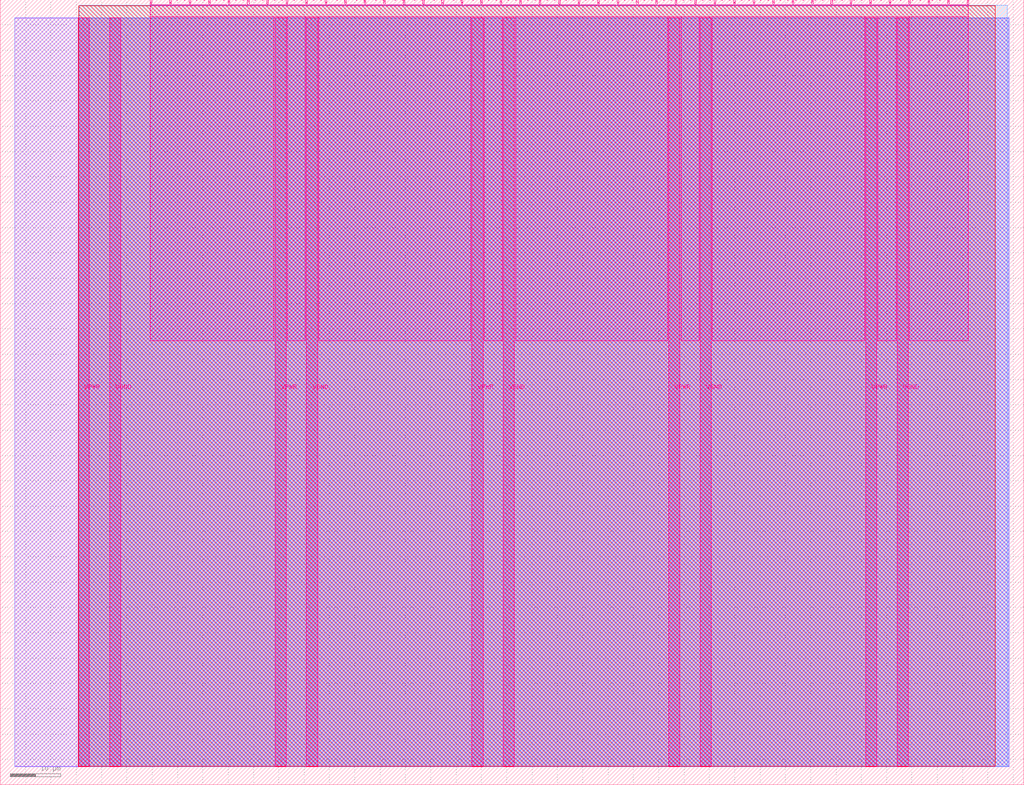
<source format=lef>
VERSION 5.7 ;
  NOWIREEXTENSIONATPIN ON ;
  DIVIDERCHAR "/" ;
  BUSBITCHARS "[]" ;
MACRO tt_um_wokwi_434925031692840961
  CLASS BLOCK ;
  FOREIGN tt_um_wokwi_434925031692840961 ;
  ORIGIN 0.000 0.000 ;
  SIZE 202.080 BY 154.980 ;
  PIN VGND
    DIRECTION INOUT ;
    USE GROUND ;
    PORT
      LAYER Metal5 ;
        RECT 21.580 3.560 23.780 151.420 ;
    END
    PORT
      LAYER Metal5 ;
        RECT 60.450 3.560 62.650 151.420 ;
    END
    PORT
      LAYER Metal5 ;
        RECT 99.320 3.560 101.520 151.420 ;
    END
    PORT
      LAYER Metal5 ;
        RECT 138.190 3.560 140.390 151.420 ;
    END
    PORT
      LAYER Metal5 ;
        RECT 177.060 3.560 179.260 151.420 ;
    END
  END VGND
  PIN VPWR
    DIRECTION INOUT ;
    USE POWER ;
    PORT
      LAYER Metal5 ;
        RECT 15.380 3.560 17.580 151.420 ;
    END
    PORT
      LAYER Metal5 ;
        RECT 54.250 3.560 56.450 151.420 ;
    END
    PORT
      LAYER Metal5 ;
        RECT 93.120 3.560 95.320 151.420 ;
    END
    PORT
      LAYER Metal5 ;
        RECT 131.990 3.560 134.190 151.420 ;
    END
    PORT
      LAYER Metal5 ;
        RECT 170.860 3.560 173.060 151.420 ;
    END
  END VPWR
  PIN clk
    DIRECTION INPUT ;
    USE SIGNAL ;
    ANTENNAGATEAREA 0.213200 ;
    PORT
      LAYER Metal5 ;
        RECT 187.050 153.980 187.350 154.980 ;
    END
  END clk
  PIN ena
    DIRECTION INPUT ;
    USE SIGNAL ;
    ANTENNAGATEAREA 0.213200 ;
    PORT
      LAYER Metal5 ;
        RECT 190.890 153.980 191.190 154.980 ;
    END
  END ena
  PIN rst_n
    DIRECTION INPUT ;
    USE SIGNAL ;
    ANTENNAGATEAREA 0.213200 ;
    PORT
      LAYER Metal5 ;
        RECT 183.210 153.980 183.510 154.980 ;
    END
  END rst_n
  PIN ui_in[0]
    DIRECTION INPUT ;
    USE SIGNAL ;
    ANTENNAGATEAREA 0.180700 ;
    PORT
      LAYER Metal5 ;
        RECT 179.370 153.980 179.670 154.980 ;
    END
  END ui_in[0]
  PIN ui_in[1]
    DIRECTION INPUT ;
    USE SIGNAL ;
    ANTENNAGATEAREA 0.213200 ;
    PORT
      LAYER Metal5 ;
        RECT 175.530 153.980 175.830 154.980 ;
    END
  END ui_in[1]
  PIN ui_in[2]
    DIRECTION INPUT ;
    USE SIGNAL ;
    ANTENNAGATEAREA 0.213200 ;
    PORT
      LAYER Metal5 ;
        RECT 171.690 153.980 171.990 154.980 ;
    END
  END ui_in[2]
  PIN ui_in[3]
    DIRECTION INPUT ;
    USE SIGNAL ;
    ANTENNAGATEAREA 0.213200 ;
    PORT
      LAYER Metal5 ;
        RECT 167.850 153.980 168.150 154.980 ;
    END
  END ui_in[3]
  PIN ui_in[4]
    DIRECTION INPUT ;
    USE SIGNAL ;
    ANTENNAGATEAREA 0.213200 ;
    PORT
      LAYER Metal5 ;
        RECT 164.010 153.980 164.310 154.980 ;
    END
  END ui_in[4]
  PIN ui_in[5]
    DIRECTION INPUT ;
    USE SIGNAL ;
    ANTENNAGATEAREA 0.213200 ;
    PORT
      LAYER Metal5 ;
        RECT 160.170 153.980 160.470 154.980 ;
    END
  END ui_in[5]
  PIN ui_in[6]
    DIRECTION INPUT ;
    USE SIGNAL ;
    ANTENNAGATEAREA 0.213200 ;
    PORT
      LAYER Metal5 ;
        RECT 156.330 153.980 156.630 154.980 ;
    END
  END ui_in[6]
  PIN ui_in[7]
    DIRECTION INPUT ;
    USE SIGNAL ;
    ANTENNAGATEAREA 0.213200 ;
    PORT
      LAYER Metal5 ;
        RECT 152.490 153.980 152.790 154.980 ;
    END
  END ui_in[7]
  PIN uio_in[0]
    DIRECTION INPUT ;
    USE SIGNAL ;
    ANTENNAGATEAREA 0.213200 ;
    PORT
      LAYER Metal5 ;
        RECT 148.650 153.980 148.950 154.980 ;
    END
  END uio_in[0]
  PIN uio_in[1]
    DIRECTION INPUT ;
    USE SIGNAL ;
    PORT
      LAYER Metal5 ;
        RECT 144.810 153.980 145.110 154.980 ;
    END
  END uio_in[1]
  PIN uio_in[2]
    DIRECTION INPUT ;
    USE SIGNAL ;
    PORT
      LAYER Metal5 ;
        RECT 140.970 153.980 141.270 154.980 ;
    END
  END uio_in[2]
  PIN uio_in[3]
    DIRECTION INPUT ;
    USE SIGNAL ;
    PORT
      LAYER Metal5 ;
        RECT 137.130 153.980 137.430 154.980 ;
    END
  END uio_in[3]
  PIN uio_in[4]
    DIRECTION INPUT ;
    USE SIGNAL ;
    PORT
      LAYER Metal5 ;
        RECT 133.290 153.980 133.590 154.980 ;
    END
  END uio_in[4]
  PIN uio_in[5]
    DIRECTION INPUT ;
    USE SIGNAL ;
    PORT
      LAYER Metal5 ;
        RECT 129.450 153.980 129.750 154.980 ;
    END
  END uio_in[5]
  PIN uio_in[6]
    DIRECTION INPUT ;
    USE SIGNAL ;
    PORT
      LAYER Metal5 ;
        RECT 125.610 153.980 125.910 154.980 ;
    END
  END uio_in[6]
  PIN uio_in[7]
    DIRECTION INPUT ;
    USE SIGNAL ;
    PORT
      LAYER Metal5 ;
        RECT 121.770 153.980 122.070 154.980 ;
    END
  END uio_in[7]
  PIN uio_oe[0]
    DIRECTION OUTPUT ;
    USE SIGNAL ;
    ANTENNADIFFAREA 0.392700 ;
    PORT
      LAYER Metal5 ;
        RECT 56.490 153.980 56.790 154.980 ;
    END
  END uio_oe[0]
  PIN uio_oe[1]
    DIRECTION OUTPUT ;
    USE SIGNAL ;
    ANTENNADIFFAREA 0.299200 ;
    PORT
      LAYER Metal5 ;
        RECT 52.650 153.980 52.950 154.980 ;
    END
  END uio_oe[1]
  PIN uio_oe[2]
    DIRECTION OUTPUT ;
    USE SIGNAL ;
    ANTENNADIFFAREA 0.299200 ;
    PORT
      LAYER Metal5 ;
        RECT 48.810 153.980 49.110 154.980 ;
    END
  END uio_oe[2]
  PIN uio_oe[3]
    DIRECTION OUTPUT ;
    USE SIGNAL ;
    ANTENNADIFFAREA 0.299200 ;
    PORT
      LAYER Metal5 ;
        RECT 44.970 153.980 45.270 154.980 ;
    END
  END uio_oe[3]
  PIN uio_oe[4]
    DIRECTION OUTPUT ;
    USE SIGNAL ;
    ANTENNADIFFAREA 0.299200 ;
    PORT
      LAYER Metal5 ;
        RECT 41.130 153.980 41.430 154.980 ;
    END
  END uio_oe[4]
  PIN uio_oe[5]
    DIRECTION OUTPUT ;
    USE SIGNAL ;
    ANTENNADIFFAREA 0.299200 ;
    PORT
      LAYER Metal5 ;
        RECT 37.290 153.980 37.590 154.980 ;
    END
  END uio_oe[5]
  PIN uio_oe[6]
    DIRECTION OUTPUT ;
    USE SIGNAL ;
    ANTENNADIFFAREA 0.299200 ;
    PORT
      LAYER Metal5 ;
        RECT 33.450 153.980 33.750 154.980 ;
    END
  END uio_oe[6]
  PIN uio_oe[7]
    DIRECTION OUTPUT ;
    USE SIGNAL ;
    ANTENNADIFFAREA 0.299200 ;
    PORT
      LAYER Metal5 ;
        RECT 29.610 153.980 29.910 154.980 ;
    END
  END uio_oe[7]
  PIN uio_out[0]
    DIRECTION OUTPUT ;
    USE SIGNAL ;
    ANTENNADIFFAREA 0.706800 ;
    PORT
      LAYER Metal5 ;
        RECT 87.210 153.980 87.510 154.980 ;
    END
  END uio_out[0]
  PIN uio_out[1]
    DIRECTION OUTPUT ;
    USE SIGNAL ;
    ANTENNADIFFAREA 0.299200 ;
    PORT
      LAYER Metal5 ;
        RECT 83.370 153.980 83.670 154.980 ;
    END
  END uio_out[1]
  PIN uio_out[2]
    DIRECTION OUTPUT ;
    USE SIGNAL ;
    ANTENNADIFFAREA 0.299200 ;
    PORT
      LAYER Metal5 ;
        RECT 79.530 153.980 79.830 154.980 ;
    END
  END uio_out[2]
  PIN uio_out[3]
    DIRECTION OUTPUT ;
    USE SIGNAL ;
    ANTENNADIFFAREA 0.299200 ;
    PORT
      LAYER Metal5 ;
        RECT 75.690 153.980 75.990 154.980 ;
    END
  END uio_out[3]
  PIN uio_out[4]
    DIRECTION OUTPUT ;
    USE SIGNAL ;
    ANTENNADIFFAREA 0.299200 ;
    PORT
      LAYER Metal5 ;
        RECT 71.850 153.980 72.150 154.980 ;
    END
  END uio_out[4]
  PIN uio_out[5]
    DIRECTION OUTPUT ;
    USE SIGNAL ;
    ANTENNADIFFAREA 0.299200 ;
    PORT
      LAYER Metal5 ;
        RECT 68.010 153.980 68.310 154.980 ;
    END
  END uio_out[5]
  PIN uio_out[6]
    DIRECTION OUTPUT ;
    USE SIGNAL ;
    ANTENNADIFFAREA 0.299200 ;
    PORT
      LAYER Metal5 ;
        RECT 64.170 153.980 64.470 154.980 ;
    END
  END uio_out[6]
  PIN uio_out[7]
    DIRECTION OUTPUT ;
    USE SIGNAL ;
    ANTENNADIFFAREA 0.299200 ;
    PORT
      LAYER Metal5 ;
        RECT 60.330 153.980 60.630 154.980 ;
    END
  END uio_out[7]
  PIN uo_out[0]
    DIRECTION OUTPUT ;
    USE SIGNAL ;
    ANTENNADIFFAREA 0.654800 ;
    PORT
      LAYER Metal5 ;
        RECT 117.930 153.980 118.230 154.980 ;
    END
  END uo_out[0]
  PIN uo_out[1]
    DIRECTION OUTPUT ;
    USE SIGNAL ;
    ANTENNADIFFAREA 0.662000 ;
    PORT
      LAYER Metal5 ;
        RECT 114.090 153.980 114.390 154.980 ;
    END
  END uo_out[1]
  PIN uo_out[2]
    DIRECTION OUTPUT ;
    USE SIGNAL ;
    ANTENNADIFFAREA 0.662000 ;
    PORT
      LAYER Metal5 ;
        RECT 110.250 153.980 110.550 154.980 ;
    END
  END uo_out[2]
  PIN uo_out[3]
    DIRECTION OUTPUT ;
    USE SIGNAL ;
    ANTENNADIFFAREA 0.662000 ;
    PORT
      LAYER Metal5 ;
        RECT 106.410 153.980 106.710 154.980 ;
    END
  END uo_out[3]
  PIN uo_out[4]
    DIRECTION OUTPUT ;
    USE SIGNAL ;
    ANTENNADIFFAREA 0.662000 ;
    PORT
      LAYER Metal5 ;
        RECT 102.570 153.980 102.870 154.980 ;
    END
  END uo_out[4]
  PIN uo_out[5]
    DIRECTION OUTPUT ;
    USE SIGNAL ;
    ANTENNADIFFAREA 0.662000 ;
    PORT
      LAYER Metal5 ;
        RECT 98.730 153.980 99.030 154.980 ;
    END
  END uo_out[5]
  PIN uo_out[6]
    DIRECTION OUTPUT ;
    USE SIGNAL ;
    ANTENNADIFFAREA 0.662000 ;
    PORT
      LAYER Metal5 ;
        RECT 94.890 153.980 95.190 154.980 ;
    END
  END uo_out[6]
  PIN uo_out[7]
    DIRECTION OUTPUT ;
    USE SIGNAL ;
    ANTENNADIFFAREA 0.662000 ;
    PORT
      LAYER Metal5 ;
        RECT 91.050 153.980 91.350 154.980 ;
    END
  END uo_out[7]
  OBS
      LAYER GatPoly ;
        RECT 2.880 3.630 199.200 151.350 ;
      LAYER Metal1 ;
        RECT 2.880 3.560 199.200 151.420 ;
      LAYER Metal2 ;
        RECT 15.515 3.680 198.995 151.300 ;
      LAYER Metal3 ;
        RECT 15.560 3.635 198.820 153.865 ;
      LAYER Metal4 ;
        RECT 15.515 3.680 196.465 153.820 ;
      LAYER Metal5 ;
        RECT 30.120 153.770 33.240 153.980 ;
        RECT 33.960 153.770 37.080 153.980 ;
        RECT 37.800 153.770 40.920 153.980 ;
        RECT 41.640 153.770 44.760 153.980 ;
        RECT 45.480 153.770 48.600 153.980 ;
        RECT 49.320 153.770 52.440 153.980 ;
        RECT 53.160 153.770 56.280 153.980 ;
        RECT 57.000 153.770 60.120 153.980 ;
        RECT 60.840 153.770 63.960 153.980 ;
        RECT 64.680 153.770 67.800 153.980 ;
        RECT 68.520 153.770 71.640 153.980 ;
        RECT 72.360 153.770 75.480 153.980 ;
        RECT 76.200 153.770 79.320 153.980 ;
        RECT 80.040 153.770 83.160 153.980 ;
        RECT 83.880 153.770 87.000 153.980 ;
        RECT 87.720 153.770 90.840 153.980 ;
        RECT 91.560 153.770 94.680 153.980 ;
        RECT 95.400 153.770 98.520 153.980 ;
        RECT 99.240 153.770 102.360 153.980 ;
        RECT 103.080 153.770 106.200 153.980 ;
        RECT 106.920 153.770 110.040 153.980 ;
        RECT 110.760 153.770 113.880 153.980 ;
        RECT 114.600 153.770 117.720 153.980 ;
        RECT 118.440 153.770 121.560 153.980 ;
        RECT 122.280 153.770 125.400 153.980 ;
        RECT 126.120 153.770 129.240 153.980 ;
        RECT 129.960 153.770 133.080 153.980 ;
        RECT 133.800 153.770 136.920 153.980 ;
        RECT 137.640 153.770 140.760 153.980 ;
        RECT 141.480 153.770 144.600 153.980 ;
        RECT 145.320 153.770 148.440 153.980 ;
        RECT 149.160 153.770 152.280 153.980 ;
        RECT 153.000 153.770 156.120 153.980 ;
        RECT 156.840 153.770 159.960 153.980 ;
        RECT 160.680 153.770 163.800 153.980 ;
        RECT 164.520 153.770 167.640 153.980 ;
        RECT 168.360 153.770 171.480 153.980 ;
        RECT 172.200 153.770 175.320 153.980 ;
        RECT 176.040 153.770 179.160 153.980 ;
        RECT 179.880 153.770 183.000 153.980 ;
        RECT 183.720 153.770 186.840 153.980 ;
        RECT 187.560 153.770 190.680 153.980 ;
        RECT 29.660 151.630 191.140 153.770 ;
        RECT 29.660 87.635 54.040 151.630 ;
        RECT 56.660 87.635 60.240 151.630 ;
        RECT 62.860 87.635 92.910 151.630 ;
        RECT 95.530 87.635 99.110 151.630 ;
        RECT 101.730 87.635 131.780 151.630 ;
        RECT 134.400 87.635 137.980 151.630 ;
        RECT 140.600 87.635 170.650 151.630 ;
        RECT 173.270 87.635 176.850 151.630 ;
        RECT 179.470 87.635 191.140 151.630 ;
  END
END tt_um_wokwi_434925031692840961
END LIBRARY


</source>
